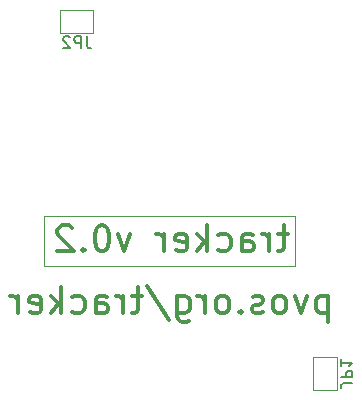
<source format=gbr>
%TF.GenerationSoftware,KiCad,Pcbnew,5.1.12-84ad8e8a86~92~ubuntu18.04.1*%
%TF.CreationDate,2022-01-12T14:22:02-05:00*%
%TF.ProjectId,remote,72656d6f-7465-42e6-9b69-6361645f7063,rev?*%
%TF.SameCoordinates,Original*%
%TF.FileFunction,Legend,Bot*%
%TF.FilePolarity,Positive*%
%FSLAX46Y46*%
G04 Gerber Fmt 4.6, Leading zero omitted, Abs format (unit mm)*
G04 Created by KiCad (PCBNEW 5.1.12-84ad8e8a86~92~ubuntu18.04.1) date 2022-01-12 14:22:02*
%MOMM*%
%LPD*%
G01*
G04 APERTURE LIST*
%ADD10C,0.120000*%
%ADD11C,0.300000*%
%ADD12C,0.150000*%
G04 APERTURE END LIST*
D10*
X107875000Y-102575000D02*
X107875000Y-102325000D01*
X86625000Y-102575000D02*
X107875000Y-102575000D01*
X86625000Y-98325000D02*
X86625000Y-102575000D01*
X107875000Y-98325000D02*
X86625000Y-98325000D01*
X107875000Y-102325000D02*
X107875000Y-98325000D01*
D11*
X107222619Y-99853571D02*
X106384523Y-99853571D01*
X106908333Y-99120238D02*
X106908333Y-101005952D01*
X106803571Y-101215476D01*
X106594047Y-101320238D01*
X106384523Y-101320238D01*
X105651190Y-101320238D02*
X105651190Y-99853571D01*
X105651190Y-100272619D02*
X105546428Y-100063095D01*
X105441666Y-99958333D01*
X105232142Y-99853571D01*
X105022619Y-99853571D01*
X103346428Y-101320238D02*
X103346428Y-100167857D01*
X103451190Y-99958333D01*
X103660714Y-99853571D01*
X104079761Y-99853571D01*
X104289285Y-99958333D01*
X103346428Y-101215476D02*
X103555952Y-101320238D01*
X104079761Y-101320238D01*
X104289285Y-101215476D01*
X104394047Y-101005952D01*
X104394047Y-100796428D01*
X104289285Y-100586904D01*
X104079761Y-100482142D01*
X103555952Y-100482142D01*
X103346428Y-100377380D01*
X101355952Y-101215476D02*
X101565476Y-101320238D01*
X101984523Y-101320238D01*
X102194047Y-101215476D01*
X102298809Y-101110714D01*
X102403571Y-100901190D01*
X102403571Y-100272619D01*
X102298809Y-100063095D01*
X102194047Y-99958333D01*
X101984523Y-99853571D01*
X101565476Y-99853571D01*
X101355952Y-99958333D01*
X100413095Y-101320238D02*
X100413095Y-99120238D01*
X100203571Y-100482142D02*
X99575000Y-101320238D01*
X99575000Y-99853571D02*
X100413095Y-100691666D01*
X97794047Y-101215476D02*
X98003571Y-101320238D01*
X98422619Y-101320238D01*
X98632142Y-101215476D01*
X98736904Y-101005952D01*
X98736904Y-100167857D01*
X98632142Y-99958333D01*
X98422619Y-99853571D01*
X98003571Y-99853571D01*
X97794047Y-99958333D01*
X97689285Y-100167857D01*
X97689285Y-100377380D01*
X98736904Y-100586904D01*
X96746428Y-101320238D02*
X96746428Y-99853571D01*
X96746428Y-100272619D02*
X96641666Y-100063095D01*
X96536904Y-99958333D01*
X96327380Y-99853571D01*
X96117857Y-99853571D01*
X93917857Y-99853571D02*
X93394047Y-101320238D01*
X92870238Y-99853571D01*
X91613095Y-99120238D02*
X91403571Y-99120238D01*
X91194047Y-99225000D01*
X91089285Y-99329761D01*
X90984523Y-99539285D01*
X90879761Y-99958333D01*
X90879761Y-100482142D01*
X90984523Y-100901190D01*
X91089285Y-101110714D01*
X91194047Y-101215476D01*
X91403571Y-101320238D01*
X91613095Y-101320238D01*
X91822619Y-101215476D01*
X91927380Y-101110714D01*
X92032142Y-100901190D01*
X92136904Y-100482142D01*
X92136904Y-99958333D01*
X92032142Y-99539285D01*
X91927380Y-99329761D01*
X91822619Y-99225000D01*
X91613095Y-99120238D01*
X89936904Y-101110714D02*
X89832142Y-101215476D01*
X89936904Y-101320238D01*
X90041666Y-101215476D01*
X89936904Y-101110714D01*
X89936904Y-101320238D01*
X88994047Y-99329761D02*
X88889285Y-99225000D01*
X88679761Y-99120238D01*
X88155952Y-99120238D01*
X87946428Y-99225000D01*
X87841666Y-99329761D01*
X87736904Y-99539285D01*
X87736904Y-99748809D01*
X87841666Y-100063095D01*
X89098809Y-101320238D01*
X87736904Y-101320238D01*
X110679761Y-105103571D02*
X110679761Y-107303571D01*
X110679761Y-105208333D02*
X110470238Y-105103571D01*
X110051190Y-105103571D01*
X109841666Y-105208333D01*
X109736904Y-105313095D01*
X109632142Y-105522619D01*
X109632142Y-106151190D01*
X109736904Y-106360714D01*
X109841666Y-106465476D01*
X110051190Y-106570238D01*
X110470238Y-106570238D01*
X110679761Y-106465476D01*
X108898809Y-105103571D02*
X108375000Y-106570238D01*
X107851190Y-105103571D01*
X106698809Y-106570238D02*
X106908333Y-106465476D01*
X107013095Y-106360714D01*
X107117857Y-106151190D01*
X107117857Y-105522619D01*
X107013095Y-105313095D01*
X106908333Y-105208333D01*
X106698809Y-105103571D01*
X106384523Y-105103571D01*
X106175000Y-105208333D01*
X106070238Y-105313095D01*
X105965476Y-105522619D01*
X105965476Y-106151190D01*
X106070238Y-106360714D01*
X106175000Y-106465476D01*
X106384523Y-106570238D01*
X106698809Y-106570238D01*
X105127380Y-106465476D02*
X104917857Y-106570238D01*
X104498809Y-106570238D01*
X104289285Y-106465476D01*
X104184523Y-106255952D01*
X104184523Y-106151190D01*
X104289285Y-105941666D01*
X104498809Y-105836904D01*
X104813095Y-105836904D01*
X105022619Y-105732142D01*
X105127380Y-105522619D01*
X105127380Y-105417857D01*
X105022619Y-105208333D01*
X104813095Y-105103571D01*
X104498809Y-105103571D01*
X104289285Y-105208333D01*
X103241666Y-106360714D02*
X103136904Y-106465476D01*
X103241666Y-106570238D01*
X103346428Y-106465476D01*
X103241666Y-106360714D01*
X103241666Y-106570238D01*
X101879761Y-106570238D02*
X102089285Y-106465476D01*
X102194047Y-106360714D01*
X102298809Y-106151190D01*
X102298809Y-105522619D01*
X102194047Y-105313095D01*
X102089285Y-105208333D01*
X101879761Y-105103571D01*
X101565476Y-105103571D01*
X101355952Y-105208333D01*
X101251190Y-105313095D01*
X101146428Y-105522619D01*
X101146428Y-106151190D01*
X101251190Y-106360714D01*
X101355952Y-106465476D01*
X101565476Y-106570238D01*
X101879761Y-106570238D01*
X100203571Y-106570238D02*
X100203571Y-105103571D01*
X100203571Y-105522619D02*
X100098809Y-105313095D01*
X99994047Y-105208333D01*
X99784523Y-105103571D01*
X99575000Y-105103571D01*
X97898809Y-105103571D02*
X97898809Y-106884523D01*
X98003571Y-107094047D01*
X98108333Y-107198809D01*
X98317857Y-107303571D01*
X98632142Y-107303571D01*
X98841666Y-107198809D01*
X97898809Y-106465476D02*
X98108333Y-106570238D01*
X98527380Y-106570238D01*
X98736904Y-106465476D01*
X98841666Y-106360714D01*
X98946428Y-106151190D01*
X98946428Y-105522619D01*
X98841666Y-105313095D01*
X98736904Y-105208333D01*
X98527380Y-105103571D01*
X98108333Y-105103571D01*
X97898809Y-105208333D01*
X95279761Y-104265476D02*
X97165476Y-107094047D01*
X94860714Y-105103571D02*
X94022619Y-105103571D01*
X94546428Y-104370238D02*
X94546428Y-106255952D01*
X94441666Y-106465476D01*
X94232142Y-106570238D01*
X94022619Y-106570238D01*
X93289285Y-106570238D02*
X93289285Y-105103571D01*
X93289285Y-105522619D02*
X93184523Y-105313095D01*
X93079761Y-105208333D01*
X92870238Y-105103571D01*
X92660714Y-105103571D01*
X90984523Y-106570238D02*
X90984523Y-105417857D01*
X91089285Y-105208333D01*
X91298809Y-105103571D01*
X91717857Y-105103571D01*
X91927380Y-105208333D01*
X90984523Y-106465476D02*
X91194047Y-106570238D01*
X91717857Y-106570238D01*
X91927380Y-106465476D01*
X92032142Y-106255952D01*
X92032142Y-106046428D01*
X91927380Y-105836904D01*
X91717857Y-105732142D01*
X91194047Y-105732142D01*
X90984523Y-105627380D01*
X88994047Y-106465476D02*
X89203571Y-106570238D01*
X89622619Y-106570238D01*
X89832142Y-106465476D01*
X89936904Y-106360714D01*
X90041666Y-106151190D01*
X90041666Y-105522619D01*
X89936904Y-105313095D01*
X89832142Y-105208333D01*
X89622619Y-105103571D01*
X89203571Y-105103571D01*
X88994047Y-105208333D01*
X88051190Y-106570238D02*
X88051190Y-104370238D01*
X87841666Y-105732142D02*
X87213095Y-106570238D01*
X87213095Y-105103571D02*
X88051190Y-105941666D01*
X85432142Y-106465476D02*
X85641666Y-106570238D01*
X86060714Y-106570238D01*
X86270238Y-106465476D01*
X86375000Y-106255952D01*
X86375000Y-105417857D01*
X86270238Y-105208333D01*
X86060714Y-105103571D01*
X85641666Y-105103571D01*
X85432142Y-105208333D01*
X85327380Y-105417857D01*
X85327380Y-105627380D01*
X86375000Y-105836904D01*
X84384523Y-106570238D02*
X84384523Y-105103571D01*
X84384523Y-105522619D02*
X84279761Y-105313095D01*
X84175000Y-105208333D01*
X83965476Y-105103571D01*
X83755952Y-105103571D01*
D10*
%TO.C,JP2*%
X87975000Y-82865000D02*
X90775000Y-82865000D01*
X90775000Y-82865000D02*
X90775000Y-80865000D01*
X90775000Y-80865000D02*
X87975000Y-80865000D01*
X87975000Y-80865000D02*
X87975000Y-82865000D01*
%TO.C,JP1*%
X109369999Y-113040001D02*
X111369999Y-113040001D01*
X109369999Y-110240001D02*
X109369999Y-113040001D01*
X111369999Y-110240001D02*
X109369999Y-110240001D01*
X111369999Y-113040001D02*
X111369999Y-110240001D01*
%TO.C,JP2*%
D12*
X90208333Y-83117380D02*
X90208333Y-83831666D01*
X90255952Y-83974523D01*
X90351190Y-84069761D01*
X90494047Y-84117380D01*
X90589285Y-84117380D01*
X89732142Y-84117380D02*
X89732142Y-83117380D01*
X89351190Y-83117380D01*
X89255952Y-83165000D01*
X89208333Y-83212619D01*
X89160714Y-83307857D01*
X89160714Y-83450714D01*
X89208333Y-83545952D01*
X89255952Y-83593571D01*
X89351190Y-83641190D01*
X89732142Y-83641190D01*
X88779761Y-83212619D02*
X88732142Y-83165000D01*
X88636904Y-83117380D01*
X88398809Y-83117380D01*
X88303571Y-83165000D01*
X88255952Y-83212619D01*
X88208333Y-83307857D01*
X88208333Y-83403095D01*
X88255952Y-83545952D01*
X88827380Y-84117380D01*
X88208333Y-84117380D01*
%TO.C,JP1*%
X112717618Y-112473334D02*
X112003332Y-112473334D01*
X111860475Y-112520953D01*
X111765237Y-112616191D01*
X111717618Y-112759048D01*
X111717618Y-112854286D01*
X111717618Y-111997143D02*
X112717618Y-111997143D01*
X112717618Y-111616191D01*
X112669999Y-111520953D01*
X112622379Y-111473334D01*
X112527141Y-111425715D01*
X112384284Y-111425715D01*
X112289046Y-111473334D01*
X112241427Y-111520953D01*
X112193808Y-111616191D01*
X112193808Y-111997143D01*
X111717618Y-110473334D02*
X111717618Y-111044762D01*
X111717618Y-110759048D02*
X112717618Y-110759048D01*
X112574760Y-110854286D01*
X112479522Y-110949524D01*
X112431903Y-111044762D01*
%TD*%
M02*

</source>
